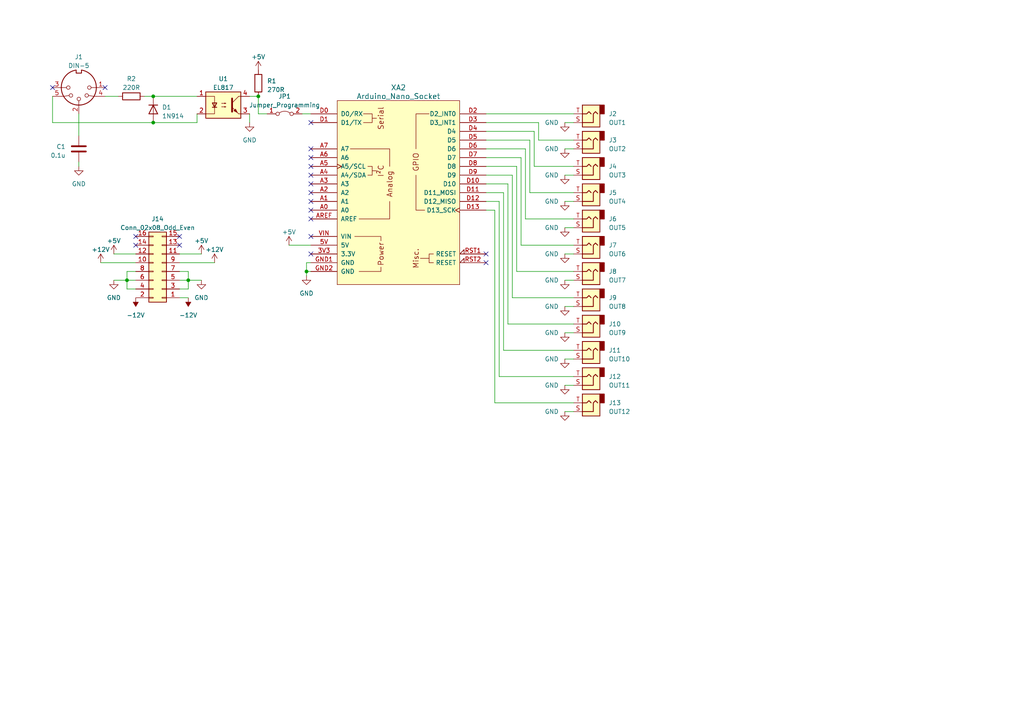
<source format=kicad_sch>
(kicad_sch (version 20230121) (generator eeschema)
  (paper "A4")
  (lib_symbols
    (symbol "Connector:DIN-5_180degree" (pin_names (offset 1.016))
      (property "Reference" "J" (at 3.175 5.715 0))
      (property "Value" "DIN-5_180degree" (at 0 -6.35 0))
      (symbol "DIN-5_180degree_0_1"
        (arc (start -5.08 0) (mid -3.8609 -3.3364) (end -0.762 -5.08) (stroke (width 0.254)))
        (circle (center -3.048 0) (radius 0.508))
        (circle (center -2.286 2.286) (radius 0.508))
        (polyline (pts (xy -5.08 0) (xy -3.556 0)))
        (polyline (pts (xy 0 5.08) (xy 0 3.81)))
        (polyline (pts (xy 5.08 0) (xy 3.556 0)))
        (polyline (pts (xy -5.08 2.54) (xy -4.318 2.54) (xy -2.794 2.286)))
        (polyline (pts (xy 5.08 2.54) (xy 4.318 2.54) (xy 2.794 2.286)))
        (polyline (pts (xy -0.762 -4.953) (xy -0.762 -4.191) (xy 0.762 -4.191) (xy 0.762 -4.953)) (stroke (width 0.254)))
        (circle (center 0 3.302) (radius 0.508))
        (arc (start 0.762 -5.08) (mid 3.8685 -3.343) (end 5.08 0) (stroke (width 0.254)))
        (circle (center 2.286 2.286) (radius 0.508))
        (circle (center 3.048 0) (radius 0.508))
        (arc (start 5.08 0) (mid 0 5.0579) (end -5.08 0) (stroke (width 0.254)))
      )
      (symbol "DIN-5_180degree_1_1"
        (pin passive line (at -7.62 0 0) (length 2.54) (name "~") (number "1"))
        (pin passive line (at 0 7.62 270) (length 2.54) (name "~") (number "2"))
        (pin passive line (at 7.62 0 180) (length 2.54) (name "~") (number "3"))
        (pin passive line (at -7.62 2.54 0) (length 2.54) (name "~") (number "4"))
        (pin passive line (at 7.62 2.54 180) (length 2.54) (name "~") (number "5"))
      )
    )
    (symbol "Connector_Audio:AudioJack2"
      (property "Reference" "J" (at 0 8.89 0))
      (property "Value" "AudioJack2" (at 0 6.35 0))
      (symbol "AudioJack2_0_1"
        (rectangle (start -3.81 0) (end -2.54 -2.54) (stroke (width 0.254)) (fill (type outline)))
        (rectangle (start -2.54 3.81) (end 2.54 -2.54) (stroke (width 0.254)) (fill (type background)))
        (polyline (pts (xy 0 0) (xy 0.635 -0.635) (xy 1.27 0) (xy 2.54 0)) (stroke (width 0.254)))
        (polyline (pts (xy 2.54 2.54) (xy -0.635 2.54) (xy -0.635 0) (xy -1.27 -0.635) (xy -1.905 0)) (stroke (width 0.254)))
      )
      (symbol "AudioJack2_1_1"
        (pin passive line (at 5.08 2.54 180) (length 2.54) (name "~") (number "S"))
        (pin passive line (at 5.08 0 180) (length 2.54) (name "~") (number "T"))
      )
    )
    (symbol "Connector_Generic:Conn_02x08_Odd_Even" (pin_names (offset 1.016) hide)
      (property "Reference" "J" (at 1.27 10.16 0))
      (property "Value" "Conn_02x08_Odd_Even" (at 1.27 -12.7 0))
      (symbol "Conn_02x08_Odd_Even_1_1"
        (rectangle (start -1.27 -10.033) (end 0 -10.287) (stroke (width 0.1524)))
        (rectangle (start -1.27 -7.493) (end 0 -7.747) (stroke (width 0.1524)))
        (rectangle (start -1.27 -4.953) (end 0 -5.207) (stroke (width 0.1524)))
        (rectangle (start -1.27 -2.413) (end 0 -2.667) (stroke (width 0.1524)))
        (rectangle (start -1.27 0.127) (end 0 -0.127) (stroke (width 0.1524)))
        (rectangle (start -1.27 2.667) (end 0 2.413) (stroke (width 0.1524)))
        (rectangle (start -1.27 5.207) (end 0 4.953) (stroke (width 0.1524)))
        (rectangle (start -1.27 7.747) (end 0 7.493) (stroke (width 0.1524)))
        (rectangle (start -1.27 8.89) (end 3.81 -11.43) (stroke (width 0.254)) (fill (type background)))
        (rectangle (start 3.81 -10.033) (end 2.54 -10.287) (stroke (width 0.1524)))
        (rectangle (start 3.81 -7.493) (end 2.54 -7.747) (stroke (width 0.1524)))
        (rectangle (start 3.81 -4.953) (end 2.54 -5.207) (stroke (width 0.1524)))
        (rectangle (start 3.81 -2.413) (end 2.54 -2.667) (stroke (width 0.1524)))
        (rectangle (start 3.81 0.127) (end 2.54 -0.127) (stroke (width 0.1524)))
        (rectangle (start 3.81 2.667) (end 2.54 2.413) (stroke (width 0.1524)))
        (rectangle (start 3.81 5.207) (end 2.54 4.953) (stroke (width 0.1524)))
        (rectangle (start 3.81 7.747) (end 2.54 7.493) (stroke (width 0.1524)))
        (pin passive line (at -5.08 7.62 0) (length 3.81) (name "Pin_1") (number "1"))
        (pin passive line (at 7.62 -2.54 180) (length 3.81) (name "Pin_10") (number "10"))
        (pin passive line (at -5.08 -5.08 0) (length 3.81) (name "Pin_11") (number "11"))
        (pin passive line (at 7.62 -5.08 180) (length 3.81) (name "Pin_12") (number "12"))
        (pin passive line (at -5.08 -7.62 0) (length 3.81) (name "Pin_13") (number "13"))
        (pin passive line (at 7.62 -7.62 180) (length 3.81) (name "Pin_14") (number "14"))
        (pin passive line (at -5.08 -10.16 0) (length 3.81) (name "Pin_15") (number "15"))
        (pin passive line (at 7.62 -10.16 180) (length 3.81) (name "Pin_16") (number "16"))
        (pin passive line (at 7.62 7.62 180) (length 3.81) (name "Pin_2") (number "2"))
        (pin passive line (at -5.08 5.08 0) (length 3.81) (name "Pin_3") (number "3"))
        (pin passive line (at 7.62 5.08 180) (length 3.81) (name "Pin_4") (number "4"))
        (pin passive line (at -5.08 2.54 0) (length 3.81) (name "Pin_5") (number "5"))
        (pin passive line (at 7.62 2.54 180) (length 3.81) (name "Pin_6") (number "6"))
        (pin passive line (at -5.08 0 0) (length 3.81) (name "Pin_7") (number "7"))
        (pin passive line (at 7.62 0 180) (length 3.81) (name "Pin_8") (number "8"))
        (pin passive line (at -5.08 -2.54 0) (length 3.81) (name "Pin_9") (number "9"))
      )
    )
    (symbol "Device:C" (pin_numbers hide) (pin_names (offset 0.254))
      (property "Reference" "C" (at 0.635 2.54 0))
      (property "Value" "C" (at 0.635 -2.54 0))
      (symbol "C_0_1"
        (polyline (pts (xy -2.032 -0.762) (xy 2.032 -0.762)) (stroke (width 0.508)))
        (polyline (pts (xy -2.032 0.762) (xy 2.032 0.762)) (stroke (width 0.508)))
      )
      (symbol "C_1_1"
        (pin passive line (at 0 3.81 270) (length 2.794) (name "~") (number "1"))
        (pin passive line (at 0 -3.81 90) (length 2.794) (name "~") (number "2"))
      )
    )
    (symbol "Device:R" (pin_numbers hide) (pin_names (offset 0))
      (property "Reference" "R" (at 2.032 0 90))
      (property "Value" "R" (at 0 0 90))
      (symbol "R_0_1"
        (rectangle (start -1.016 -2.54) (end 1.016 2.54) (stroke (width 0.254)))
      )
      (symbol "R_1_1"
        (pin passive line (at 0 3.81 270) (length 1.27) (name "~") (number "1"))
        (pin passive line (at 0 -3.81 90) (length 1.27) (name "~") (number "2"))
      )
    )
    (symbol "Diode:1N914" (pin_numbers hide) (pin_names hide)
      (property "Reference" "D" (at 0 2.54 0))
      (property "Value" "1N914" (at 0 -2.54 0))
      (symbol "1N914_0_1"
        (polyline (pts (xy -1.27 1.27) (xy -1.27 -1.27)) (stroke (width 0.254)))
        (polyline (pts (xy 1.27 0) (xy -1.27 0)))
        (polyline (pts (xy 1.27 1.27) (xy 1.27 -1.27) (xy -1.27 0) (xy 1.27 1.27)) (stroke (width 0.254)))
      )
      (symbol "1N914_1_1"
        (pin passive line (at -3.81 0 0) (length 2.54) (name "K") (number "1"))
        (pin passive line (at 3.81 0 180) (length 2.54) (name "A") (number "2"))
      )
    )
    (symbol "Isolator:EL817" (pin_names (offset 1.016))
      (property "Reference" "U" (at -5.08 5.08 0))
      (property "Value" "EL817" (at 0 5.08 0))
      (symbol "EL817_0_1"
        (rectangle (start -5.08 3.81) (end 5.08 -3.81) (stroke (width 0.254)) (fill (type background)))
        (polyline (pts (xy -3.175 -0.635) (xy -1.905 -0.635)) (stroke (width 0.254)))
        (polyline (pts (xy 2.54 0.635) (xy 4.445 2.54)))
        (polyline (pts (xy 4.445 -2.54) (xy 2.54 -0.635)) (fill (type outline)))
        (polyline (pts (xy 4.445 -2.54) (xy 5.08 -2.54)))
        (polyline (pts (xy 4.445 2.54) (xy 5.08 2.54)))
        (polyline (pts (xy -5.08 2.54) (xy -2.54 2.54) (xy -2.54 -0.635)))
        (polyline (pts (xy -2.54 -0.635) (xy -2.54 -2.54) (xy -5.08 -2.54)))
        (polyline (pts (xy 2.54 1.905) (xy 2.54 -1.905) (xy 2.54 -1.905)) (stroke (width 0.508)))
        (polyline (pts (xy -2.54 -0.635) (xy -3.175 0.635) (xy -1.905 0.635) (xy -2.54 -0.635)) (stroke (width 0.254)))
        (polyline (pts (xy -0.508 -0.508) (xy 0.762 -0.508) (xy 0.381 -0.635) (xy 0.381 -0.381) (xy 0.762 -0.508)))
        (polyline (pts (xy -0.508 0.508) (xy 0.762 0.508) (xy 0.381 0.381) (xy 0.381 0.635) (xy 0.762 0.508)))
        (polyline (pts (xy 3.048 -1.651) (xy 3.556 -1.143) (xy 4.064 -2.159) (xy 3.048 -1.651) (xy 3.048 -1.651)) (fill (type outline)))
      )
      (symbol "EL817_1_1"
        (pin passive line (at -7.62 2.54 0) (length 2.54) (name "~") (number "1"))
        (pin passive line (at -7.62 -2.54 0) (length 2.54) (name "~") (number "2"))
        (pin passive line (at 7.62 -2.54 180) (length 2.54) (name "~") (number "3"))
        (pin passive line (at 7.62 2.54 180) (length 2.54) (name "~") (number "4"))
      )
    )
    (symbol "Jumper:Jumper_2_Bridged" (pin_names (offset 0) hide)
      (property "Reference" "JP" (at 0 1.905 0))
      (property "Value" "Jumper_2_Bridged" (at 0 -2.54 0))
      (symbol "Jumper_2_Bridged_0_0"
        (circle (center -2.032 0) (radius 0.508))
        (circle (center 2.032 0) (radius 0.508))
      )
      (symbol "Jumper_2_Bridged_0_1"
        (arc (start 1.524 0.254) (mid 0 0.762) (end -1.524 0.254))
      )
      (symbol "Jumper_2_Bridged_1_1"
        (pin passive line (at -5.08 0 0) (length 2.54) (name "A") (number "1"))
        (pin passive line (at 5.08 0 180) (length 2.54) (name "B") (number "2"))
      )
    )
    (symbol "arduino:Arduino_Nano_Socket" (pin_names (offset 1.016))
      (property "Reference" "XA" (at 0 33.02 0))
      (property "Value" "Arduino_Nano_Socket" (at 0 29.21 0))
      (symbol "Arduino_Nano_Socket_0_0"
        (rectangle (start -17.78 26.67) (end 17.78 -26.67) (fill (type background)))
        (polyline (pts (xy -7.62 6.35) (xy -6.35 6.35)))
        (polyline (pts (xy -7.62 21.59) (xy -6.35 21.59)))
        (polyline (pts (xy 8.89 -19.05) (xy 6.35 -19.05)))
        (polyline (pts (xy -11.43 -22.86) (xy -5.08 -22.86) (xy -5.08 -21.59)))
        (polyline (pts (xy -5.08 -13.97) (xy -5.08 -12.7) (xy -12.7 -12.7)))
        (polyline (pts (xy -10.16 22.86) (xy -7.62 22.86) (xy -7.62 20.32) (xy -10.16 20.32)))
        (polyline (pts (xy -8.89 7.62) (xy -7.62 7.62) (xy -7.62 5.08) (xy -8.89 5.08)))
        (text "Analog" (at -2.54 2.54 900) (effects (font (size 1.524 1.524))))
        (text "I²C" (at -5.08 6.35 900) (effects (font (size 1.524 1.524))))
        (text "Misc." (at 5.08 -19.05 900) (effects (font (size 1.524 1.524))))
        (text "Power" (at -5.08 -17.78 900) (effects (font (size 1.524 1.524))))
        (text "Serial" (at -5.08 21.59 900) (effects (font (size 1.524 1.524))))
      )
      (symbol "Arduino_Nano_Socket_0_1"
        (polyline (pts (xy -13.97 12.7) (xy -2.54 12.7) (xy -2.54 7.62)))
        (polyline (pts (xy -11.43 -7.62) (xy -2.54 -7.62) (xy -2.54 -2.54)))
        (polyline (pts (xy 7.62 -5.08) (xy 5.08 -5.08) (xy 5.08 5.08)))
        (polyline (pts (xy 8.89 22.86) (xy 5.08 22.86) (xy 5.08 12.7)))
        (polyline (pts (xy 10.16 -17.78) (xy 8.89 -17.78) (xy 8.89 -20.32) (xy 10.16 -20.32)))
      )
      (symbol "Arduino_Nano_Socket_1_0"
        (text "GPIO" (at 5.08 8.89 900) (effects (font (size 1.524 1.524))))
      )
      (symbol "Arduino_Nano_Socket_1_1"
        (pin power_out line (at -25.4 -17.78 0) (length 7.62) (name "3.3V") (number "3V3"))
        (pin power_in line (at -25.4 -15.24 0) (length 7.62) (name "5V") (number "5V"))
        (pin bidirectional line (at -25.4 -5.08 0) (length 7.62) (name "A0") (number "A0"))
        (pin bidirectional line (at -25.4 -2.54 0) (length 7.62) (name "A1") (number "A1"))
        (pin bidirectional line (at -25.4 0 0) (length 7.62) (name "A2") (number "A2"))
        (pin bidirectional line (at -25.4 2.54 0) (length 7.62) (name "A3") (number "A3"))
        (pin bidirectional line (at -25.4 5.08 0) (length 7.62) (name "A4/SDA") (number "A4"))
        (pin bidirectional clock (at -25.4 7.62 0) (length 7.62) (name "A5/SCL") (number "A5"))
        (pin input line (at -25.4 10.16 0) (length 7.62) (name "A6") (number "A6"))
        (pin input line (at -25.4 12.7 0) (length 7.62) (name "A7") (number "A7"))
        (pin input line (at -25.4 -7.62 0) (length 7.62) (name "AREF") (number "AREF"))
        (pin bidirectional line (at -25.4 22.86 0) (length 7.62) (name "D0/RX") (number "D0"))
        (pin bidirectional line (at -25.4 20.32 0) (length 7.62) (name "D1/TX") (number "D1"))
        (pin bidirectional line (at 25.4 2.54 180) (length 7.62) (name "D10") (number "D10"))
        (pin bidirectional line (at 25.4 0 180) (length 7.62) (name "D11_MOSI") (number "D11"))
        (pin bidirectional line (at 25.4 -2.54 180) (length 7.62) (name "D12_MISO") (number "D12"))
        (pin bidirectional clock (at 25.4 -5.08 180) (length 7.62) (name "D13_SCK") (number "D13"))
        (pin bidirectional line (at 25.4 22.86 180) (length 7.62) (name "D2_INT0") (number "D2"))
        (pin bidirectional line (at 25.4 20.32 180) (length 7.62) (name "D3_INT1") (number "D3"))
        (pin bidirectional line (at 25.4 17.78 180) (length 7.62) (name "D4") (number "D4"))
        (pin bidirectional line (at 25.4 15.24 180) (length 7.62) (name "D5") (number "D5"))
        (pin bidirectional line (at 25.4 12.7 180) (length 7.62) (name "D6") (number "D6"))
        (pin bidirectional line (at 25.4 10.16 180) (length 7.62) (name "D7") (number "D7"))
        (pin bidirectional line (at 25.4 7.62 180) (length 7.62) (name "D8") (number "D8"))
        (pin bidirectional line (at 25.4 5.08 180) (length 7.62) (name "D9") (number "D9"))
        (pin power_in line (at -25.4 -20.32 0) (length 7.62) (name "GND") (number "GND1"))
        (pin power_in line (at -25.4 -22.86 0) (length 7.62) (name "GND") (number "GND2"))
        (pin open_collector input_low (at 25.4 -17.78 180) (length 7.62) (name "RESET") (number "RST1"))
        (pin open_collector input_low (at 25.4 -20.32 180) (length 7.62) (name "RESET") (number "RST2"))
        (pin power_in line (at -25.4 -12.7 0) (length 7.62) (name "VIN") (number "VIN"))
      )
    )
    (symbol "power:+12V" (power) (pin_names (offset 0))
      (property "Value" "+12V" (at 0 3.556 0))
      (symbol "+12V_0_1"
        (polyline (pts (xy -0.762 1.27) (xy 0 2.54)))
        (polyline (pts (xy 0 0) (xy 0 2.54)))
        (polyline (pts (xy 0 2.54) (xy 0.762 1.27)))
      )
      (symbol "+12V_1_1"
        (pin power_in line (at 0 0 90) (length 0) hide (name "+12V") (number "1"))
      )
    )
    (symbol "power:+5V" (power) (pin_names (offset 0))
      (property "Value" "+5V" (at 0 3.556 0))
      (symbol "+5V_0_1"
        (polyline (pts (xy -0.762 1.27) (xy 0 2.54)))
        (polyline (pts (xy 0 0) (xy 0 2.54)))
        (polyline (pts (xy 0 2.54) (xy 0.762 1.27)))
      )
      (symbol "+5V_1_1"
        (pin power_in line (at 0 0 90) (length 0) hide (name "+5V") (number "1"))
      )
    )
    (symbol "power:-12V" (power) (pin_names (offset 0))
      (property "Value" "-12V" (at 0 3.81 0))
      (symbol "-12V_0_0"
        (pin power_in line (at 0 0 90) (length 0) hide (name "-12V") (number "1"))
      )
      (symbol "-12V_0_1"
        (polyline (pts (xy 0 0) (xy 0 1.27) (xy 0.762 1.27) (xy 0 2.54) (xy -0.762 1.27) (xy 0 1.27)) (fill (type outline)))
      )
    )
    (symbol "power:GND" (power) (pin_names (offset 0))
      (property "Value" "GND" (at 0 -3.81 0))
      (symbol "GND_0_1"
        (polyline (pts (xy 0 0) (xy 0 -1.27) (xy 1.27 -1.27) (xy 0 -2.54) (xy -1.27 -1.27) (xy 0 -1.27)))
      )
      (symbol "GND_1_1"
        (pin power_in line (at 0 0 270) (length 0) hide (name "GND") (number "1"))
      )
    )
  )
  (junction (at 54.61 81.28))
  (junction (at 44.45 27.94))
  (junction (at 74.93 27.94))
  (junction (at 88.9 78.74))
  (junction (at 44.45 35.56))
  (junction (at 36.83 81.28))
  (no_connect (at 90.17 53.34))
  (no_connect (at 90.17 60.96))
  (no_connect (at 90.17 55.88))
  (no_connect (at 140.97 73.66))
  (no_connect (at 90.17 35.56))
  (no_connect (at 90.17 73.66))
  (no_connect (at 140.97 76.2))
  (no_connect (at 90.17 43.18))
  (no_connect (at 39.37 68.58))
  (no_connect (at 52.07 71.12))
  (no_connect (at 90.17 45.72))
  (no_connect (at 90.17 50.8))
  (no_connect (at 90.17 68.58))
  (no_connect (at 39.37 71.12))
  (no_connect (at 15.24 25.4))
  (no_connect (at 90.17 48.26))
  (no_connect (at 52.07 68.58))
  (no_connect (at 30.48 25.4))
  (no_connect (at 90.17 58.42))
  (no_connect (at 90.17 63.5))
  (wire (pts (xy 52.07 83.82) (xy 54.61 83.82)))
  (wire (pts (xy 39.37 78.74) (xy 36.83 78.74)))
  (wire (pts (xy 140.97 45.72) (xy 151.13 45.72)))
  (wire (pts (xy 140.97 50.8) (xy 148.59 50.8)))
  (wire (pts (xy 140.97 58.42) (xy 144.78 58.42)))
  (wire (pts (xy 154.94 38.1) (xy 154.94 48.26)))
  (wire (pts (xy 149.86 78.74) (xy 166.37 78.74)))
  (wire (pts (xy 146.05 55.88) (xy 146.05 101.6)))
  (wire (pts (xy 148.59 50.8) (xy 148.59 86.36)))
  (wire (pts (xy 146.05 101.6) (xy 166.37 101.6)))
  (wire (pts (xy 88.9 78.74) (xy 88.9 80.01)))
  (wire (pts (xy 163.83 88.9) (xy 166.37 88.9)))
  (wire (pts (xy 15.24 35.56) (xy 15.24 27.94)))
  (wire (pts (xy 143.51 60.96) (xy 143.51 116.84)))
  (wire (pts (xy 33.02 81.28) (xy 36.83 81.28)))
  (wire (pts (xy 44.45 35.56) (xy 57.15 35.56)))
  (wire (pts (xy 88.9 76.2) (xy 90.17 76.2)))
  (wire (pts (xy 33.02 73.66) (xy 39.37 73.66)))
  (wire (pts (xy 152.4 63.5) (xy 166.37 63.5)))
  (wire (pts (xy 163.83 104.14) (xy 166.37 104.14)))
  (wire (pts (xy 156.21 35.56) (xy 156.21 40.64)))
  (wire (pts (xy 144.78 109.22) (xy 166.37 109.22)))
  (wire (pts (xy 163.83 66.04) (xy 166.37 66.04)))
  (wire (pts (xy 140.97 48.26) (xy 149.86 48.26)))
  (wire (pts (xy 151.13 71.12) (xy 166.37 71.12)))
  (wire (pts (xy 163.83 50.8) (xy 166.37 50.8)))
  (wire (pts (xy 140.97 43.18) (xy 152.4 43.18)))
  (wire (pts (xy 44.45 35.56) (xy 15.24 35.56)))
  (wire (pts (xy 149.86 48.26) (xy 149.86 78.74)))
  (wire (pts (xy 87.63 33.02) (xy 90.17 33.02)))
  (wire (pts (xy 54.61 81.28) (xy 58.42 81.28)))
  (wire (pts (xy 163.83 58.42) (xy 166.37 58.42)))
  (wire (pts (xy 147.32 93.98) (xy 166.37 93.98)))
  (wire (pts (xy 151.13 45.72) (xy 151.13 71.12)))
  (wire (pts (xy 163.83 111.76) (xy 166.37 111.76)))
  (wire (pts (xy 88.9 78.74) (xy 88.9 76.2)))
  (wire (pts (xy 36.83 78.74) (xy 36.83 81.28)))
  (wire (pts (xy 154.94 48.26) (xy 166.37 48.26)))
  (wire (pts (xy 140.97 35.56) (xy 156.21 35.56)))
  (wire (pts (xy 148.59 86.36) (xy 166.37 86.36)))
  (wire (pts (xy 54.61 83.82) (xy 54.61 81.28)))
  (wire (pts (xy 144.78 58.42) (xy 144.78 109.22)))
  (wire (pts (xy 52.07 81.28) (xy 54.61 81.28)))
  (wire (pts (xy 30.48 27.94) (xy 34.29 27.94)))
  (wire (pts (xy 74.93 33.02) (xy 74.93 27.94)))
  (wire (pts (xy 44.45 27.94) (xy 57.15 27.94)))
  (wire (pts (xy 88.9 78.74) (xy 90.17 78.74)))
  (wire (pts (xy 83.82 71.12) (xy 90.17 71.12)))
  (wire (pts (xy 39.37 83.82) (xy 36.83 83.82)))
  (wire (pts (xy 36.83 81.28) (xy 36.83 83.82)))
  (wire (pts (xy 163.83 81.28) (xy 166.37 81.28)))
  (wire (pts (xy 147.32 53.34) (xy 147.32 93.98)))
  (wire (pts (xy 163.83 35.56) (xy 166.37 35.56)))
  (wire (pts (xy 52.07 78.74) (xy 54.61 78.74)))
  (wire (pts (xy 57.15 33.02) (xy 57.15 35.56)))
  (wire (pts (xy 140.97 60.96) (xy 143.51 60.96)))
  (wire (pts (xy 163.83 43.18) (xy 166.37 43.18)))
  (wire (pts (xy 163.83 96.52) (xy 166.37 96.52)))
  (wire (pts (xy 140.97 40.64) (xy 153.67 40.64)))
  (wire (pts (xy 52.07 76.2) (xy 62.23 76.2)))
  (wire (pts (xy 140.97 38.1) (xy 154.94 38.1)))
  (wire (pts (xy 77.47 33.02) (xy 74.93 33.02)))
  (wire (pts (xy 140.97 55.88) (xy 146.05 55.88)))
  (wire (pts (xy 52.07 86.36) (xy 54.61 86.36)))
  (wire (pts (xy 153.67 55.88) (xy 166.37 55.88)))
  (wire (pts (xy 36.83 81.28) (xy 39.37 81.28)))
  (wire (pts (xy 22.86 46.99) (xy 22.86 48.26)))
  (wire (pts (xy 156.21 40.64) (xy 166.37 40.64)))
  (wire (pts (xy 152.4 43.18) (xy 152.4 63.5)))
  (wire (pts (xy 52.07 73.66) (xy 58.42 73.66)))
  (wire (pts (xy 153.67 40.64) (xy 153.67 55.88)))
  (wire (pts (xy 72.39 33.02) (xy 72.39 35.56)))
  (wire (pts (xy 41.91 27.94) (xy 44.45 27.94)))
  (wire (pts (xy 143.51 116.84) (xy 166.37 116.84)))
  (wire (pts (xy 72.39 27.94) (xy 74.93 27.94)))
  (wire (pts (xy 29.21 76.2) (xy 39.37 76.2)))
  (wire (pts (xy 22.86 33.02) (xy 22.86 39.37)))
  (wire (pts (xy 54.61 81.28) (xy 54.61 78.74)))
  (wire (pts (xy 163.83 119.38) (xy 166.37 119.38)))
  (wire (pts (xy 140.97 53.34) (xy 147.32 53.34)))
  (wire (pts (xy 163.83 73.66) (xy 166.37 73.66)))
  (wire (pts (xy 140.97 33.02) (xy 166.37 33.02)))
  (symbol (lib_id "Connector_Audio:AudioJack2") (at 171.45 101.6 180) (unit 1)
    (property "Reference" "J11" (at 176.53 101.6 0) (effects (justify right)))
    (property "Value" "OUT10" (at 176.53 104.14 0) (effects (justify right)))
    (property "Footprint" "Connector_Audio:Jack_3.5mm_QingPu_WQP-PJ398SM_Vertical_CircularHoles" (effects hide))
  )
  (symbol (lib_id "power:GND") (at 163.83 111.76 0) (unit 1)
    (property "Reference" "#PWR024" (effects hide))
    (property "Value" "GND" (at 160.02 111.76 0))
  )
  (symbol (lib_id "Connector_Audio:AudioJack2") (at 171.45 33.02 180) (unit 1)
    (property "Reference" "J2" (at 176.53 33.02 0) (effects (justify right)))
    (property "Value" "OUT1" (at 176.53 35.56 0) (effects (justify right)))
    (property "Footprint" "Connector_Audio:Jack_3.5mm_QingPu_WQP-PJ398SM_Vertical_CircularHoles" (effects hide))
  )
  (symbol (lib_id "power:GND") (at 88.9 80.01 0) (mirror y) (unit 1)
    (property "Reference" "#PWR04" (effects hide))
    (property "Value" "GND" (at 88.9 85.09 0))
  )
  (symbol (lib_id "power:GND") (at 163.83 104.14 0) (unit 1)
    (property "Reference" "#PWR023" (effects hide))
    (property "Value" "GND" (at 160.02 104.14 0))
  )
  (symbol (lib_id "Connector_Audio:AudioJack2") (at 171.45 93.98 180) (unit 1)
    (property "Reference" "J10" (at 176.53 93.98 0) (effects (justify right)))
    (property "Value" "OUT9" (at 176.53 96.52 0) (effects (justify right)))
    (property "Footprint" "Connector_Audio:Jack_3.5mm_QingPu_WQP-PJ398SM_Vertical_CircularHoles" (effects hide))
  )
  (symbol (lib_id "power:GND") (at 163.83 73.66 0) (unit 1)
    (property "Reference" "#PWR019" (effects hide))
    (property "Value" "GND" (at 160.02 73.66 0))
  )
  (symbol (lib_id "Device:R") (at 74.93 24.13 0) (unit 1)
    (property "Reference" "R1" (at 77.47 23.495 0) (effects (justify left)))
    (property "Value" "270R" (at 77.47 26.035 0) (effects (justify left)))
    (property "Footprint" "Resistor_SMD:R_1206_3216Metric_Pad1.30x1.75mm_HandSolder" (effects hide))
  )
  (symbol (lib_id "Connector_Audio:AudioJack2") (at 171.45 116.84 180) (unit 1)
    (property "Reference" "J13" (at 176.53 116.84 0) (effects (justify right)))
    (property "Value" "OUT12" (at 176.53 119.38 0) (effects (justify right)))
    (property "Footprint" "Connector_Audio:Jack_3.5mm_QingPu_WQP-PJ398SM_Vertical_CircularHoles" (effects hide))
  )
  (symbol (lib_id "power:GND") (at 163.83 35.56 0) (unit 1)
    (property "Reference" "#PWR015" (effects hide))
    (property "Value" "GND" (at 160.02 35.56 0))
  )
  (symbol (lib_id "power:+5V") (at 74.93 20.32 0) (unit 1)
    (property "Reference" "#PWR02" (effects hide))
    (property "Value" "+5V" (at 74.93 16.51 0))
  )
  (symbol (lib_id "arduino:Arduino_Nano_Socket") (at 115.57 55.88 0) (unit 1)
    (property "Reference" "XA2" (at 115.57 25.4 0) (effects (font (size 1.524 1.524))))
    (property "Value" "Arduino_Nano_Socket" (at 115.57 27.94 0) (effects (font (size 1.524 1.524))))
    (property "Footprint" "arduino:Arduino_Nano_Socket" (effects hide))
    (property "Datasheet" "https://docs.arduino.cc/hardware/nano" (effects hide))
  )
  (symbol (lib_id "power:GND") (at 163.83 58.42 0) (unit 1)
    (property "Reference" "#PWR017" (effects hide))
    (property "Value" "GND" (at 160.02 58.42 0))
  )
  (symbol (lib_id "Device:C") (at 22.86 43.18 0) (mirror x) (unit 1)
    (property "Reference" "C1" (at 19.05 42.545 0) (effects (justify right)))
    (property "Value" "0.1u" (at 19.05 45.085 0) (effects (justify right)))
    (property "Footprint" "Capacitor_SMD:C_1206_3216Metric_Pad1.33x1.80mm_HandSolder" (effects hide))
  )
  (symbol (lib_id "power:+12V") (at 62.23 76.2 0) (unit 1)
    (property "Reference" "#PWR07" (effects hide))
    (property "Value" "+12V" (at 62.23 72.39 0))
  )
  (symbol (lib_id "power:+5V") (at 33.02 73.66 0) (unit 1)
    (property "Reference" "#PWR012" (effects hide))
    (property "Value" "+5V" (at 33.02 69.85 0))
  )
  (symbol (lib_id "power:GND") (at 163.83 43.18 0) (unit 1)
    (property "Reference" "#PWR014" (effects hide))
    (property "Value" "GND" (at 160.02 43.18 0))
  )
  (symbol (lib_id "power:GND") (at 163.83 50.8 0) (unit 1)
    (property "Reference" "#PWR016" (effects hide))
    (property "Value" "GND" (at 160.02 50.8 0))
  )
  (symbol (lib_id "Connector_Audio:AudioJack2") (at 171.45 55.88 180) (unit 1)
    (property "Reference" "J5" (at 176.53 55.88 0) (effects (justify right)))
    (property "Value" "OUT4" (at 176.53 58.42 0) (effects (justify right)))
    (property "Footprint" "Connector_Audio:Jack_3.5mm_QingPu_WQP-PJ398SM_Vertical_CircularHoles" (effects hide))
  )
  (symbol (lib_id "Device:R") (at 38.1 27.94 90) (unit 1)
    (property "Reference" "R2" (at 38.1 22.86 90))
    (property "Value" "220R" (at 38.1 25.4 90))
    (property "Footprint" "Resistor_SMD:R_1206_3216Metric_Pad1.30x1.75mm_HandSolder" (effects hide))
  )
  (symbol (lib_id "Connector_Generic:Conn_02x08_Odd_Even") (at 46.99 78.74 180) (unit 1)
    (property "Reference" "J14" (at 45.72 63.5 0))
    (property "Value" "Conn_02x08_Odd_Even" (at 45.72 66.04 0))
    (property "Footprint" "Connector_IDC:IDC-Header_2x08_P2.54mm_Vertical" (effects hide))
  )
  (symbol (lib_id "Connector_Audio:AudioJack2") (at 171.45 63.5 180) (unit 1)
    (property "Reference" "J6" (at 176.53 63.5 0) (effects (justify right)))
    (property "Value" "OUT5" (at 176.53 66.04 0) (effects (justify right)))
    (property "Footprint" "Connector_Audio:Jack_3.5mm_QingPu_WQP-PJ398SM_Vertical_CircularHoles" (effects hide))
  )
  (symbol (lib_id "Connector_Audio:AudioJack2") (at 171.45 86.36 180) (unit 1)
    (property "Reference" "J9" (at 176.53 86.36 0) (effects (justify right)))
    (property "Value" "OUT8" (at 176.53 88.9 0) (effects (justify right)))
    (property "Footprint" "Connector_Audio:Jack_3.5mm_QingPu_WQP-PJ398SM_Vertical_CircularHoles" (effects hide))
  )
  (symbol (lib_id "power:GND") (at 72.39 35.56 0) (mirror y) (unit 1)
    (property "Reference" "#PWR01" (effects hide))
    (property "Value" "GND" (at 72.39 40.64 0))
  )
  (symbol (lib_id "Jumper:Jumper_2_Bridged") (at 82.55 33.02 0) (unit 1)
    (property "Reference" "JP1" (at 82.55 27.94 0))
    (property "Value" "Jumper_Programming" (at 82.55 30.48 0))
    (property "Footprint" "Connector_PinHeader_2.54mm:PinHeader_1x02_P2.54mm_Vertical" (effects hide))
  )
  (symbol (lib_id "Connector_Audio:AudioJack2") (at 171.45 48.26 180) (unit 1)
    (property "Reference" "J4" (at 176.53 48.26 0) (effects (justify right)))
    (property "Value" "OUT3" (at 176.53 50.8 0) (effects (justify right)))
    (property "Footprint" "Connector_Audio:Jack_3.5mm_QingPu_WQP-PJ398SM_Vertical_CircularHoles" (effects hide))
  )
  (symbol (lib_id "power:GND") (at 163.83 88.9 0) (unit 1)
    (property "Reference" "#PWR021" (effects hide))
    (property "Value" "GND" (at 160.02 88.9 0))
  )
  (symbol (lib_id "Connector_Audio:AudioJack2") (at 171.45 78.74 180) (unit 1)
    (property "Reference" "J8" (at 176.53 78.74 0) (effects (justify right)))
    (property "Value" "OUT7" (at 176.53 81.28 0) (effects (justify right)))
    (property "Footprint" "Connector_Audio:Jack_3.5mm_QingPu_WQP-PJ398SM_Vertical_CircularHoles" (effects hide))
  )
  (symbol (lib_id "power:+5V") (at 83.82 71.12 0) (mirror y) (unit 1)
    (property "Reference" "#PWR05" (effects hide))
    (property "Value" "+5V" (at 83.82 67.31 0))
  )
  (symbol (lib_id "power:-12V") (at 54.61 86.36 180) (unit 1)
    (property "Reference" "#PWR08" (effects hide))
    (property "Value" "-12V" (at 54.61 91.44 0))
  )
  (symbol (lib_id "power:+5V") (at 58.42 73.66 0) (unit 1)
    (property "Reference" "#PWR06" (effects hide))
    (property "Value" "+5V" (at 58.42 69.85 0))
  )
  (symbol (lib_id "power:GND") (at 163.83 66.04 0) (unit 1)
    (property "Reference" "#PWR018" (effects hide))
    (property "Value" "GND" (at 160.02 66.04 0))
  )
  (symbol (lib_id "power:GND") (at 163.83 81.28 0) (unit 1)
    (property "Reference" "#PWR020" (effects hide))
    (property "Value" "GND" (at 160.02 81.28 0))
  )
  (symbol (lib_id "power:GND") (at 163.83 119.38 0) (unit 1)
    (property "Reference" "#PWR025" (effects hide))
    (property "Value" "GND" (at 160.02 119.38 0))
  )
  (symbol (lib_id "power:+12V") (at 29.21 76.2 0) (unit 1)
    (property "Reference" "#PWR011" (effects hide))
    (property "Value" "+12V" (at 29.21 72.39 0))
  )
  (symbol (lib_id "Connector_Audio:AudioJack2") (at 171.45 109.22 180) (unit 1)
    (property "Reference" "J12" (at 176.53 109.22 0) (effects (justify right)))
    (property "Value" "OUT11" (at 176.53 111.76 0) (effects (justify right)))
    (property "Footprint" "Connector_Audio:Jack_3.5mm_QingPu_WQP-PJ398SM_Vertical_CircularHoles" (effects hide))
  )
  (symbol (lib_id "Connector_Audio:AudioJack2") (at 171.45 71.12 180) (unit 1)
    (property "Reference" "J7" (at 176.53 71.12 0) (effects (justify right)))
    (property "Value" "OUT6" (at 176.53 73.66 0) (effects (justify right)))
    (property "Footprint" "Connector_Audio:Jack_3.5mm_QingPu_WQP-PJ398SM_Vertical_CircularHoles" (effects hide))
  )
  (symbol (lib_id "power:-12V") (at 39.37 86.36 180) (unit 1)
    (property "Reference" "#PWR013" (effects hide))
    (property "Value" "-12V" (at 39.37 91.44 0))
  )
  (symbol (lib_id "power:GND") (at 163.83 96.52 0) (unit 1)
    (property "Reference" "#PWR022" (effects hide))
    (property "Value" "GND" (at 160.02 96.52 0))
  )
  (symbol (lib_id "Isolator:EL817") (at 64.77 30.48 0) (unit 1)
    (property "Reference" "U1" (at 64.77 22.86 0))
    (property "Value" "EL817" (at 64.77 25.4 0))
    (property "Footprint" "Package_DIP:DIP-4_W7.62mm" (effects hide))
    (property "Datasheet" "http://www.everlight.com/file/ProductFile/EL817.pdf" (effects hide))
  )
  (symbol (lib_id "Connector_Audio:AudioJack2") (at 171.45 40.64 180) (unit 1)
    (property "Reference" "J3" (at 176.53 40.64 0) (effects (justify right)))
    (property "Value" "OUT2" (at 176.53 43.18 0) (effects (justify right)))
    (property "Footprint" "Connector_Audio:Jack_3.5mm_QingPu_WQP-PJ398SM_Vertical_CircularHoles" (effects hide))
  )
  (symbol (lib_id "Connector:DIN-5_180degree") (at 22.86 25.4 180) (unit 1)
    (property "Reference" "J1" (at 22.8599 16.51 0))
    (property "Value" "DIN-5" (at 22.8599 19.05 0))
    (property "Footprint" "Connector_PinHeader_2.54mm:PinHeader_1x05_P2.54mm_Vertical" (effects hide))
    (property "Datasheet" "http://www.mouser.com/ds/2/18/40_c091_abd_e-75918.pdf" (effects hide))
  )
  (symbol (lib_id "Diode:1N914") (at 44.45 31.75 270) (unit 1)
    (property "Reference" "D1" (at 46.99 31.115 90) (effects (justify left)))
    (property "Value" "1N914" (at 46.99 33.655 90) (effects (justify left)))
    (property "Footprint" "Diode_SMD:D_1206_3216Metric_Pad1.42x1.75mm_HandSolder" (effects hide))
    (property "Datasheet" "http://www.vishay.com/docs/85622/1n914.pdf" (effects hide))
    (property "Sim.Device" "D" (effects hide))
    (property "Sim.Pins" "1=K 2=A" (effects hide))
  )
  (symbol (lib_id "power:GND") (at 58.42 81.28 0) (mirror y) (unit 1)
    (property "Reference" "#PWR09" (effects hide))
    (property "Value" "GND" (at 58.42 86.36 0))
  )
  (symbol (lib_id "power:GND") (at 33.02 81.28 0) (mirror y) (unit 1)
    (property "Reference" "#PWR010" (effects hide))
    (property "Value" "GND" (at 33.02 86.36 0))
  )
  (symbol (lib_id "power:GND") (at 22.86 48.26 0) (unit 1)
    (property "Reference" "#PWR03" (effects hide))
    (property "Value" "GND" (at 22.86 53.34 0))
  )
)
</source>
